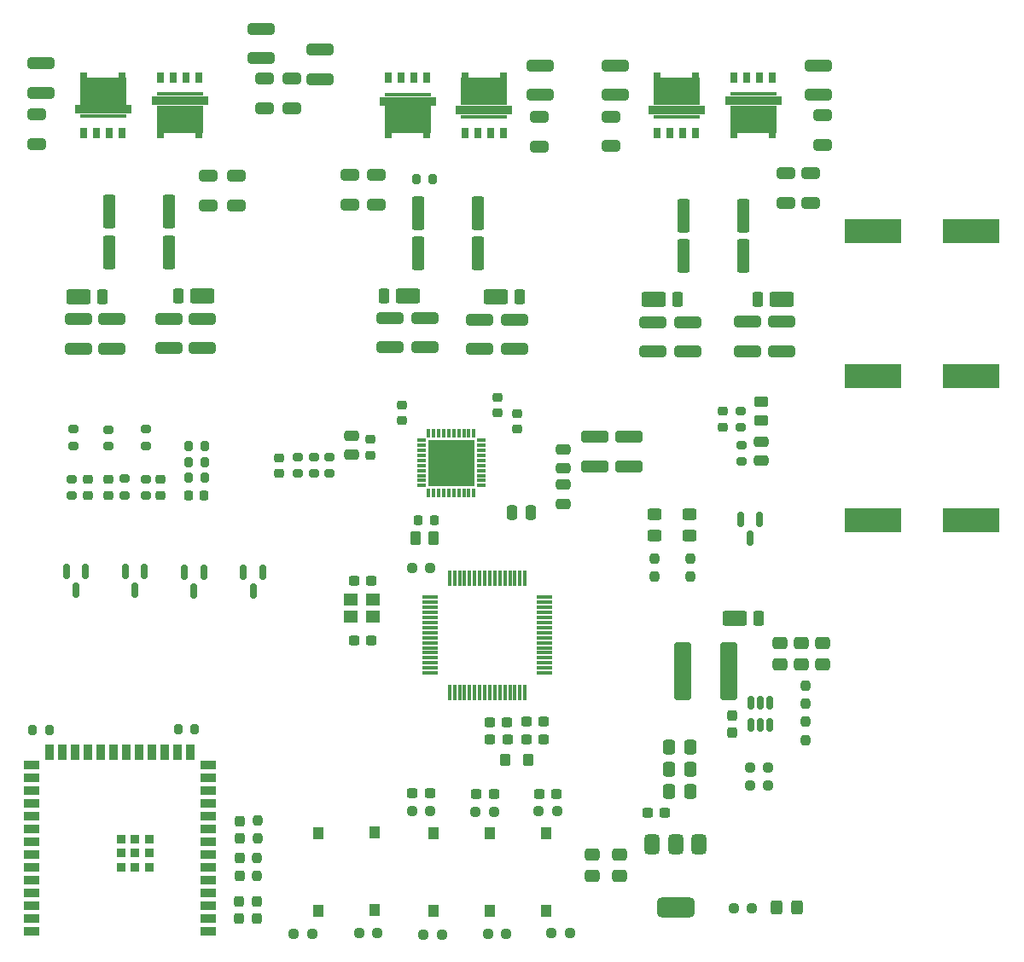
<source format=gbr>
%TF.GenerationSoftware,KiCad,Pcbnew,9.0.1*%
%TF.CreationDate,2025-04-18T15:35:09+02:00*%
%TF.ProjectId,BLDC_DRIVER,424c4443-5f44-4524-9956-45522e6b6963,rev?*%
%TF.SameCoordinates,Original*%
%TF.FileFunction,Paste,Top*%
%TF.FilePolarity,Positive*%
%FSLAX46Y46*%
G04 Gerber Fmt 4.6, Leading zero omitted, Abs format (unit mm)*
G04 Created by KiCad (PCBNEW 9.0.1) date 2025-04-18 15:35:09*
%MOMM*%
%LPD*%
G01*
G04 APERTURE LIST*
G04 Aperture macros list*
%AMRoundRect*
0 Rectangle with rounded corners*
0 $1 Rounding radius*
0 $2 $3 $4 $5 $6 $7 $8 $9 X,Y pos of 4 corners*
0 Add a 4 corners polygon primitive as box body*
4,1,4,$2,$3,$4,$5,$6,$7,$8,$9,$2,$3,0*
0 Add four circle primitives for the rounded corners*
1,1,$1+$1,$2,$3*
1,1,$1+$1,$4,$5*
1,1,$1+$1,$6,$7*
1,1,$1+$1,$8,$9*
0 Add four rect primitives between the rounded corners*
20,1,$1+$1,$2,$3,$4,$5,0*
20,1,$1+$1,$4,$5,$6,$7,0*
20,1,$1+$1,$6,$7,$8,$9,0*
20,1,$1+$1,$8,$9,$2,$3,0*%
G04 Aperture macros list end*
%ADD10RoundRect,0.250000X0.275000X0.500000X-0.275000X0.500000X-0.275000X-0.500000X0.275000X-0.500000X0*%
%ADD11RoundRect,0.250000X0.950000X0.500000X-0.950000X0.500000X-0.950000X-0.500000X0.950000X-0.500000X0*%
%ADD12RoundRect,0.250000X0.475000X-0.250000X0.475000X0.250000X-0.475000X0.250000X-0.475000X-0.250000X0*%
%ADD13RoundRect,0.250000X0.337500X0.475000X-0.337500X0.475000X-0.337500X-0.475000X0.337500X-0.475000X0*%
%ADD14RoundRect,0.237500X0.300000X0.237500X-0.300000X0.237500X-0.300000X-0.237500X0.300000X-0.237500X0*%
%ADD15RoundRect,0.250000X-0.650000X0.325000X-0.650000X-0.325000X0.650000X-0.325000X0.650000X0.325000X0*%
%ADD16RoundRect,0.225000X0.250000X-0.225000X0.250000X0.225000X-0.250000X0.225000X-0.250000X-0.225000X0*%
%ADD17RoundRect,0.237500X-0.250000X-0.237500X0.250000X-0.237500X0.250000X0.237500X-0.250000X0.237500X0*%
%ADD18RoundRect,0.250000X1.075000X-0.312500X1.075000X0.312500X-1.075000X0.312500X-1.075000X-0.312500X0*%
%ADD19RoundRect,0.250000X0.450000X-0.262500X0.450000X0.262500X-0.450000X0.262500X-0.450000X-0.262500X0*%
%ADD20RoundRect,0.200000X-0.275000X0.200000X-0.275000X-0.200000X0.275000X-0.200000X0.275000X0.200000X0*%
%ADD21RoundRect,0.237500X0.250000X0.237500X-0.250000X0.237500X-0.250000X-0.237500X0.250000X-0.237500X0*%
%ADD22RoundRect,0.200000X-0.200000X-0.275000X0.200000X-0.275000X0.200000X0.275000X-0.200000X0.275000X0*%
%ADD23RoundRect,0.237500X0.237500X-0.250000X0.237500X0.250000X-0.237500X0.250000X-0.237500X-0.250000X0*%
%ADD24RoundRect,0.250000X0.250000X0.475000X-0.250000X0.475000X-0.250000X-0.475000X0.250000X-0.475000X0*%
%ADD25RoundRect,0.200000X0.275000X-0.200000X0.275000X0.200000X-0.275000X0.200000X-0.275000X-0.200000X0*%
%ADD26RoundRect,0.250000X1.100000X-0.325000X1.100000X0.325000X-1.100000X0.325000X-1.100000X-0.325000X0*%
%ADD27R,1.500000X0.900000*%
%ADD28R,0.900000X1.500000*%
%ADD29R,0.900000X0.900000*%
%ADD30RoundRect,0.237500X-0.300000X-0.237500X0.300000X-0.237500X0.300000X0.237500X-0.300000X0.237500X0*%
%ADD31RoundRect,0.250000X-1.075000X0.312500X-1.075000X-0.312500X1.075000X-0.312500X1.075000X0.312500X0*%
%ADD32RoundRect,0.225000X-0.250000X0.225000X-0.250000X-0.225000X0.250000X-0.225000X0.250000X0.225000X0*%
%ADD33RoundRect,0.250000X-0.950000X-0.500000X0.950000X-0.500000X0.950000X0.500000X-0.950000X0.500000X0*%
%ADD34RoundRect,0.250000X-0.275000X-0.500000X0.275000X-0.500000X0.275000X0.500000X-0.275000X0.500000X0*%
%ADD35RoundRect,0.250000X-0.362500X-1.425000X0.362500X-1.425000X0.362500X1.425000X-0.362500X1.425000X0*%
%ADD36RoundRect,0.250000X0.362500X1.425000X-0.362500X1.425000X-0.362500X-1.425000X0.362500X-1.425000X0*%
%ADD37RoundRect,0.250000X-0.337500X-0.475000X0.337500X-0.475000X0.337500X0.475000X-0.337500X0.475000X0*%
%ADD38R,1.000000X1.250000*%
%ADD39RoundRect,0.150000X0.150000X-0.512500X0.150000X0.512500X-0.150000X0.512500X-0.150000X-0.512500X0*%
%ADD40RoundRect,0.150000X-0.150000X0.587500X-0.150000X-0.587500X0.150000X-0.587500X0.150000X0.587500X0*%
%ADD41RoundRect,0.250000X0.475000X-0.337500X0.475000X0.337500X-0.475000X0.337500X-0.475000X-0.337500X0*%
%ADD42RoundRect,0.250000X-0.450000X0.325000X-0.450000X-0.325000X0.450000X-0.325000X0.450000X0.325000X0*%
%ADD43RoundRect,0.075000X-0.700000X-0.075000X0.700000X-0.075000X0.700000X0.075000X-0.700000X0.075000X0*%
%ADD44RoundRect,0.075000X-0.075000X-0.700000X0.075000X-0.700000X0.075000X0.700000X-0.075000X0.700000X0*%
%ADD45RoundRect,0.237500X-0.237500X0.300000X-0.237500X-0.300000X0.237500X-0.300000X0.237500X0.300000X0*%
%ADD46R,0.750000X1.000000*%
%ADD47R,0.750000X0.475000*%
%ADD48R,4.560000X2.730000*%
%ADD49R,5.550000X0.910000*%
%ADD50R,4.560000X0.430000*%
%ADD51RoundRect,0.375000X-0.375000X0.625000X-0.375000X-0.625000X0.375000X-0.625000X0.375000X0.625000X0*%
%ADD52RoundRect,0.500000X-1.400000X0.500000X-1.400000X-0.500000X1.400000X-0.500000X1.400000X0.500000X0*%
%ADD53RoundRect,0.250000X0.650000X-0.325000X0.650000X0.325000X-0.650000X0.325000X-0.650000X-0.325000X0*%
%ADD54RoundRect,0.250000X0.275000X0.350000X-0.275000X0.350000X-0.275000X-0.350000X0.275000X-0.350000X0*%
%ADD55RoundRect,0.237500X0.237500X-0.300000X0.237500X0.300000X-0.237500X0.300000X-0.237500X-0.300000X0*%
%ADD56RoundRect,0.200000X0.200000X0.275000X-0.200000X0.275000X-0.200000X-0.275000X0.200000X-0.275000X0*%
%ADD57R,5.650000X2.350000*%
%ADD58RoundRect,0.250000X-0.262500X-0.450000X0.262500X-0.450000X0.262500X0.450000X-0.262500X0.450000X0*%
%ADD59R,0.900000X0.300000*%
%ADD60R,0.300000X0.900000*%
%ADD61R,4.600000X4.600000*%
%ADD62RoundRect,0.225000X0.225000X0.250000X-0.225000X0.250000X-0.225000X-0.250000X0.225000X-0.250000X0*%
%ADD63R,1.400000X1.200000*%
%ADD64RoundRect,0.250000X-0.475000X0.250000X-0.475000X-0.250000X0.475000X-0.250000X0.475000X0.250000X0*%
%ADD65RoundRect,0.250000X0.325000X0.450000X-0.325000X0.450000X-0.325000X-0.450000X0.325000X-0.450000X0*%
%ADD66RoundRect,0.250000X-0.475000X0.337500X-0.475000X-0.337500X0.475000X-0.337500X0.475000X0.337500X0*%
%ADD67RoundRect,0.250000X0.600000X2.600000X-0.600000X2.600000X-0.600000X-2.600000X0.600000X-2.600000X0*%
G04 APERTURE END LIST*
D10*
%TO.C,D1*%
X197325000Y-79600000D03*
D11*
X194950000Y-79600000D03*
%TD*%
D12*
%TO.C,C112*%
X157000000Y-63350000D03*
X157000000Y-61450000D03*
%TD*%
D13*
%TO.C,C6*%
X190537500Y-94562500D03*
X188462500Y-94562500D03*
%TD*%
D12*
%TO.C,C110*%
X178000000Y-64700000D03*
X178000000Y-62800000D03*
%TD*%
D14*
%TO.C,C12*%
X176037500Y-91575000D03*
X174312500Y-91575000D03*
%TD*%
D15*
%TO.C,C133*%
X145505000Y-35616500D03*
X145505000Y-38566500D03*
%TD*%
D16*
%TO.C,C124*%
X173400000Y-60775000D03*
X173400000Y-59225000D03*
%TD*%
D17*
%TO.C,R4*%
X196487500Y-94362500D03*
X198312500Y-94362500D03*
%TD*%
D18*
%TO.C,R142*%
X133137224Y-52783500D03*
X133137224Y-49858500D03*
%TD*%
D19*
%TO.C,R105*%
X197625000Y-59912500D03*
X197625000Y-58087500D03*
%TD*%
D17*
%TO.C,R11*%
X169275000Y-98800000D03*
X171100000Y-98800000D03*
%TD*%
D15*
%TO.C,C121*%
X175600000Y-29825000D03*
X175600000Y-32775000D03*
%TD*%
D20*
%TO.C,R125*%
X136525000Y-60825000D03*
X136525000Y-62475000D03*
%TD*%
D18*
%TO.C,R114*%
X169700000Y-52862500D03*
X169700000Y-49937500D03*
%TD*%
%TO.C,R110*%
X196262922Y-53059191D03*
X196262922Y-50134191D03*
%TD*%
D21*
%TO.C,R3*%
X198312500Y-96162500D03*
X196487500Y-96162500D03*
%TD*%
D15*
%TO.C,C132*%
X125705000Y-29516500D03*
X125705000Y-32466500D03*
%TD*%
D22*
%TO.C,R9*%
X139750000Y-90600000D03*
X141400000Y-90600000D03*
%TD*%
D23*
%TO.C,R18*%
X147600000Y-105162500D03*
X147600000Y-103337500D03*
%TD*%
D24*
%TO.C,C107*%
X174775000Y-69075000D03*
X172875000Y-69075000D03*
%TD*%
D17*
%TO.C,R12*%
X162950000Y-98750000D03*
X164775000Y-98750000D03*
%TD*%
D16*
%TO.C,C125*%
X193800000Y-60575000D03*
X193800000Y-59025000D03*
%TD*%
D25*
%TO.C,R134*%
X129200000Y-67425000D03*
X129200000Y-65775000D03*
%TD*%
D18*
%TO.C,R138*%
X190286096Y-53100000D03*
X190286096Y-50175000D03*
%TD*%
D25*
%TO.C,R129*%
X195600000Y-60625000D03*
X195600000Y-58975000D03*
%TD*%
%TO.C,R124*%
X195625000Y-64025000D03*
X195625000Y-62375000D03*
%TD*%
D26*
%TO.C,C109*%
X181100000Y-64475000D03*
X181100000Y-61525000D03*
%TD*%
D27*
%TO.C,U2*%
X142750000Y-110610000D03*
X142750000Y-109340000D03*
X142750000Y-108070000D03*
X142750000Y-106800000D03*
X142750000Y-105530000D03*
X142750000Y-104260000D03*
X142750000Y-102990000D03*
X142750000Y-101720000D03*
X142750000Y-100450000D03*
X142750000Y-99180000D03*
X142750000Y-97910000D03*
X142750000Y-96640000D03*
X142750000Y-95370000D03*
X142750000Y-94100000D03*
D28*
X140985000Y-92850000D03*
X139715000Y-92850000D03*
X138445000Y-92850000D03*
X137175000Y-92850000D03*
X135905000Y-92850000D03*
X134635000Y-92850000D03*
X133365000Y-92850000D03*
X132095000Y-92850000D03*
X130825000Y-92850000D03*
X129555000Y-92850000D03*
X128285000Y-92850000D03*
X127015000Y-92850000D03*
D27*
X125250000Y-94100000D03*
X125250000Y-95370000D03*
X125250000Y-96640000D03*
X125250000Y-97910000D03*
X125250000Y-99180000D03*
X125250000Y-100450000D03*
X125250000Y-101720000D03*
X125250000Y-102990000D03*
X125250000Y-104260000D03*
X125250000Y-105530000D03*
X125250000Y-106800000D03*
X125250000Y-108070000D03*
X125250000Y-109340000D03*
X125250000Y-110610000D03*
D29*
X136900000Y-104290000D03*
X135500000Y-104290000D03*
X134100000Y-104290000D03*
X136900000Y-102890000D03*
X135500000Y-102890000D03*
X134100000Y-102890000D03*
X136900000Y-101490000D03*
X135500000Y-101490000D03*
X134100000Y-101490000D03*
%TD*%
D17*
%TO.C,R16*%
X194887500Y-108350000D03*
X196712500Y-108350000D03*
%TD*%
D20*
%TO.C,R123*%
X151600000Y-63575000D03*
X151600000Y-65225000D03*
%TD*%
D30*
%TO.C,C13*%
X175587500Y-97000000D03*
X177312500Y-97000000D03*
%TD*%
D31*
%TO.C,R112*%
X126110000Y-24496000D03*
X126110000Y-27421000D03*
%TD*%
D32*
%TO.C,C129*%
X130800000Y-65800000D03*
X130800000Y-67350000D03*
%TD*%
D33*
%TO.C,D105*%
X142124279Y-47591500D03*
D34*
X139749279Y-47591500D03*
%TD*%
D35*
%TO.C,R119*%
X132942500Y-43291500D03*
X138867500Y-43291500D03*
%TD*%
D11*
%TO.C,D102*%
X186911096Y-47937500D03*
D10*
X189286096Y-47937500D03*
%TD*%
D36*
%TO.C,R118*%
X169462500Y-39337500D03*
X163537500Y-39337500D03*
%TD*%
D18*
%TO.C,R141*%
X138874279Y-52754000D03*
X138874279Y-49829000D03*
%TD*%
D11*
%TO.C,D104*%
X171300000Y-47637500D03*
D10*
X173675000Y-47637500D03*
%TD*%
D20*
%TO.C,R127*%
X132800000Y-60850000D03*
X132800000Y-62500000D03*
%TD*%
D18*
%TO.C,R113*%
X203300000Y-27600000D03*
X203300000Y-24675000D03*
%TD*%
D37*
%TO.C,C7*%
X188462500Y-96800000D03*
X190537500Y-96800000D03*
%TD*%
D15*
%TO.C,C116*%
X202500000Y-35362500D03*
X202500000Y-38312500D03*
%TD*%
D38*
%TO.C,SW4*%
X159250000Y-108575000D03*
X159250000Y-100825000D03*
%TD*%
D17*
%TO.C,R5*%
X175537500Y-98750000D03*
X177362500Y-98750000D03*
%TD*%
D39*
%TO.C,U3*%
X196550000Y-90200000D03*
X197500000Y-90200000D03*
X198450000Y-90200000D03*
X198450000Y-87925000D03*
X197500000Y-87925000D03*
X196550000Y-87925000D03*
%TD*%
D23*
%TO.C,R2*%
X202000000Y-91675000D03*
X202000000Y-89850000D03*
%TD*%
D35*
%TO.C,R120*%
X132942500Y-39221000D03*
X138867500Y-39221000D03*
%TD*%
D30*
%TO.C,C22*%
X170662500Y-89875000D03*
X172387500Y-89875000D03*
%TD*%
D38*
%TO.C,SW1*%
X176250000Y-108625000D03*
X176250000Y-100875000D03*
%TD*%
D22*
%TO.C,R131*%
X140775000Y-65650000D03*
X142425000Y-65650000D03*
%TD*%
D18*
%TO.C,R137*%
X199662922Y-53059191D03*
X199662922Y-50134191D03*
%TD*%
D15*
%TO.C,C115*%
X142705000Y-35616500D03*
X142705000Y-38566500D03*
%TD*%
D18*
%TO.C,R109*%
X142174279Y-52754000D03*
X142174279Y-49829000D03*
%TD*%
D40*
%TO.C,D111*%
X197450000Y-69762500D03*
X195550000Y-69762500D03*
X196500000Y-71637500D03*
%TD*%
D41*
%TO.C,C9*%
X180850000Y-105137500D03*
X180850000Y-103062500D03*
%TD*%
D42*
%TO.C,D3*%
X190500000Y-69275000D03*
X190500000Y-71325000D03*
%TD*%
D43*
%TO.C,U4*%
X164750000Y-77500000D03*
X164750000Y-78000000D03*
X164750000Y-78500000D03*
X164750000Y-79000000D03*
X164750000Y-79500000D03*
X164750000Y-80000000D03*
X164750000Y-80500000D03*
X164750000Y-81000000D03*
X164750000Y-81500000D03*
X164750000Y-82000000D03*
X164750000Y-82500000D03*
X164750000Y-83000000D03*
X164750000Y-83500000D03*
X164750000Y-84000000D03*
X164750000Y-84500000D03*
X164750000Y-85000000D03*
D44*
X166675000Y-86925000D03*
X167175000Y-86925000D03*
X167675000Y-86925000D03*
X168175000Y-86925000D03*
X168675000Y-86925000D03*
X169175000Y-86925000D03*
X169675000Y-86925000D03*
X170175000Y-86925000D03*
X170675000Y-86925000D03*
X171175000Y-86925000D03*
X171675000Y-86925000D03*
X172175000Y-86925000D03*
X172675000Y-86925000D03*
X173175000Y-86925000D03*
X173675000Y-86925000D03*
X174175000Y-86925000D03*
D43*
X176100000Y-85000000D03*
X176100000Y-84500000D03*
X176100000Y-84000000D03*
X176100000Y-83500000D03*
X176100000Y-83000000D03*
X176100000Y-82500000D03*
X176100000Y-82000000D03*
X176100000Y-81500000D03*
X176100000Y-81000000D03*
X176100000Y-80500000D03*
X176100000Y-80000000D03*
X176100000Y-79500000D03*
X176100000Y-79000000D03*
X176100000Y-78500000D03*
X176100000Y-78000000D03*
X176100000Y-77500000D03*
D44*
X174175000Y-75575000D03*
X173675000Y-75575000D03*
X173175000Y-75575000D03*
X172675000Y-75575000D03*
X172175000Y-75575000D03*
X171675000Y-75575000D03*
X171175000Y-75575000D03*
X170675000Y-75575000D03*
X170175000Y-75575000D03*
X169675000Y-75575000D03*
X169175000Y-75575000D03*
X168675000Y-75575000D03*
X168175000Y-75575000D03*
X167675000Y-75575000D03*
X167175000Y-75575000D03*
X166675000Y-75575000D03*
%TD*%
D15*
%TO.C,C117*%
X156800000Y-35562500D03*
X156800000Y-38512500D03*
%TD*%
D45*
%TO.C,C15*%
X147550000Y-107687500D03*
X147550000Y-109412500D03*
%TD*%
D46*
%TO.C,Q101*%
X198710000Y-25870500D03*
X197440000Y-25870500D03*
X196170000Y-25870500D03*
X194900000Y-25870500D03*
D47*
X198710000Y-31628500D03*
D48*
X196805000Y-30028500D03*
D49*
X196805000Y-28213500D03*
D50*
X196805000Y-27548500D03*
D47*
X194900000Y-31628500D03*
%TD*%
D20*
%TO.C,R104*%
X154800000Y-63575000D03*
X154800000Y-65225000D03*
%TD*%
D14*
%TO.C,C11*%
X176037500Y-89825000D03*
X174312500Y-89825000D03*
%TD*%
%TO.C,C8*%
X188062500Y-98875000D03*
X186337500Y-98875000D03*
%TD*%
D18*
%TO.C,R139*%
X160808115Y-52662500D03*
X160808115Y-49737500D03*
%TD*%
D15*
%TO.C,C114*%
X200100000Y-35362500D03*
X200100000Y-38312500D03*
%TD*%
D20*
%TO.C,R130*%
X129400000Y-60825000D03*
X129400000Y-62475000D03*
%TD*%
D13*
%TO.C,C5*%
X190537500Y-92362500D03*
X188462500Y-92362500D03*
%TD*%
D35*
%TO.C,R121*%
X189937500Y-43637500D03*
X195862500Y-43637500D03*
%TD*%
D51*
%TO.C,U1*%
X191400000Y-102000000D03*
X189100000Y-102000000D03*
D52*
X189100000Y-108300000D03*
D51*
X186800000Y-102000000D03*
%TD*%
D25*
%TO.C,R133*%
X134400000Y-67375000D03*
X134400000Y-65725000D03*
%TD*%
D20*
%TO.C,R103*%
X153200000Y-63575000D03*
X153200000Y-65225000D03*
%TD*%
D18*
%TO.C,R140*%
X173100000Y-52862500D03*
X173100000Y-49937500D03*
%TD*%
D21*
%TO.C,R20*%
X153062500Y-110900000D03*
X151237500Y-110900000D03*
%TD*%
D38*
%TO.C,SW2*%
X170700000Y-108625000D03*
X170700000Y-100875000D03*
%TD*%
D31*
%TO.C,R107*%
X183100000Y-24675000D03*
X183100000Y-27600000D03*
%TD*%
D30*
%TO.C,C16*%
X157187500Y-75850000D03*
X158912500Y-75850000D03*
%TD*%
D23*
%TO.C,R10*%
X187000000Y-75440000D03*
X187000000Y-73615000D03*
%TD*%
D22*
%TO.C,R128*%
X140775000Y-64050000D03*
X142425000Y-64050000D03*
%TD*%
D53*
%TO.C,C118*%
X203700000Y-32612500D03*
X203700000Y-29662500D03*
%TD*%
D45*
%TO.C,C4*%
X194700000Y-89200000D03*
X194700000Y-90925000D03*
%TD*%
D26*
%TO.C,C135*%
X184500000Y-64475000D03*
X184500000Y-61525000D03*
%TD*%
D17*
%TO.C,R13*%
X170487500Y-110900000D03*
X172312500Y-110900000D03*
%TD*%
D46*
%TO.C,Q105*%
X141810000Y-25863000D03*
X140540000Y-25863000D03*
X139270000Y-25863000D03*
X138000000Y-25863000D03*
D47*
X141810000Y-31621000D03*
D48*
X139905000Y-30021000D03*
D49*
X139905000Y-28206000D03*
D50*
X139905000Y-27541000D03*
D47*
X138000000Y-31621000D03*
%TD*%
D54*
%TO.C,FB1*%
X174525000Y-93625000D03*
X172225000Y-93625000D03*
%TD*%
D53*
%TO.C,C131*%
X148369129Y-28973771D03*
X148369129Y-26023771D03*
%TD*%
D55*
%TO.C,C20*%
X145850000Y-101412500D03*
X145850000Y-99687500D03*
%TD*%
D16*
%TO.C,C126*%
X149800000Y-65175000D03*
X149800000Y-63625000D03*
%TD*%
D38*
%TO.C,SW3*%
X165100000Y-108625000D03*
X165100000Y-100875000D03*
%TD*%
D18*
%TO.C,R116*%
X186886096Y-53100000D03*
X186886096Y-50175000D03*
%TD*%
D40*
%TO.C,D109*%
X142283333Y-74987500D03*
X140383333Y-74987500D03*
X141333333Y-76862500D03*
%TD*%
D33*
%TO.C,D103*%
X162583115Y-47537500D03*
D34*
X160208115Y-47537500D03*
%TD*%
D56*
%TO.C,R8*%
X126975000Y-90700000D03*
X125325000Y-90700000D03*
%TD*%
D31*
%TO.C,R111*%
X175700000Y-24675000D03*
X175700000Y-27600000D03*
%TD*%
D18*
%TO.C,R108*%
X164208115Y-52662500D03*
X164208115Y-49737500D03*
%TD*%
D46*
%TO.C,Q102*%
X187290000Y-31437500D03*
X188560000Y-31437500D03*
X189830000Y-31437500D03*
X191100000Y-31437500D03*
D47*
X187290000Y-25679500D03*
D48*
X189195000Y-27279500D03*
D49*
X189195000Y-29094500D03*
D50*
X189195000Y-29759500D03*
D47*
X191100000Y-25679500D03*
%TD*%
D41*
%TO.C,C10*%
X183550000Y-105137500D03*
X183550000Y-103062500D03*
%TD*%
D23*
%TO.C,R15*%
X190560000Y-75440000D03*
X190560000Y-73615000D03*
%TD*%
D21*
%TO.C,R14*%
X165912500Y-110950000D03*
X164087500Y-110950000D03*
%TD*%
D55*
%TO.C,C23*%
X145850000Y-105112500D03*
X145850000Y-103387500D03*
%TD*%
D32*
%TO.C,C123*%
X162000000Y-58425000D03*
X162000000Y-59975000D03*
%TD*%
D40*
%TO.C,D107*%
X130550000Y-74925000D03*
X128650000Y-74925000D03*
X129600000Y-76800000D03*
%TD*%
D25*
%TO.C,R132*%
X136525000Y-67400000D03*
X136525000Y-65750000D03*
%TD*%
D15*
%TO.C,C119*%
X182700000Y-29762500D03*
X182700000Y-32712500D03*
%TD*%
D57*
%TO.C,C104*%
X208700000Y-55500000D03*
X218400000Y-55500000D03*
%TD*%
D58*
%TO.C,R101*%
X163287500Y-71600000D03*
X165112500Y-71600000D03*
%TD*%
D12*
%TO.C,C134*%
X197625000Y-63950000D03*
X197625000Y-62050000D03*
%TD*%
D41*
%TO.C,C1*%
X199500000Y-84137500D03*
X199500000Y-82062500D03*
%TD*%
D23*
%TO.C,R1*%
X202000000Y-88075000D03*
X202000000Y-86250000D03*
%TD*%
D35*
%TO.C,R122*%
X189937500Y-39637500D03*
X195862500Y-39637500D03*
%TD*%
D59*
%TO.C,IC101*%
X169800000Y-66400000D03*
X169800000Y-65900000D03*
X169800000Y-65400000D03*
X169800000Y-64900000D03*
X169800000Y-64400000D03*
X169800000Y-63900000D03*
X169800000Y-63400000D03*
X169800000Y-62900000D03*
X169800000Y-62400000D03*
X169800000Y-61900000D03*
D60*
X169100000Y-61200000D03*
X168600000Y-61200000D03*
X168100000Y-61200000D03*
X167600000Y-61200000D03*
X167100000Y-61200000D03*
X166600000Y-61200000D03*
X166100000Y-61200000D03*
X165600000Y-61200000D03*
X165100000Y-61200000D03*
X164600000Y-61200000D03*
D59*
X163900000Y-61900000D03*
X163900000Y-62400000D03*
X163900000Y-62900000D03*
X163900000Y-63400000D03*
X163900000Y-63900000D03*
X163900000Y-64400000D03*
X163900000Y-64900000D03*
X163900000Y-65400000D03*
X163900000Y-65900000D03*
X163900000Y-66400000D03*
D60*
X164600000Y-67100000D03*
X165100000Y-67100000D03*
X165600000Y-67100000D03*
X166100000Y-67100000D03*
X166600000Y-67100000D03*
X167100000Y-67100000D03*
X167600000Y-67100000D03*
X168100000Y-67100000D03*
X168600000Y-67100000D03*
X169100000Y-67100000D03*
D61*
X166850000Y-64150000D03*
%TD*%
D21*
%TO.C,R19*%
X159512500Y-110850000D03*
X157687500Y-110850000D03*
%TD*%
D22*
%TO.C,R126*%
X140775000Y-62450000D03*
X142425000Y-62450000D03*
%TD*%
%TO.C,TH101*%
X163375000Y-36000000D03*
X165025000Y-36000000D03*
%TD*%
D62*
%TO.C,C101*%
X165150000Y-69800000D03*
X163600000Y-69800000D03*
%TD*%
D41*
%TO.C,C2*%
X201600000Y-84137500D03*
X201600000Y-82062500D03*
%TD*%
D18*
%TO.C,R115*%
X129837224Y-52783500D03*
X129837224Y-49858500D03*
%TD*%
D40*
%TO.C,D110*%
X148150000Y-74987500D03*
X146250000Y-74987500D03*
X147200000Y-76862500D03*
%TD*%
D42*
%TO.C,D2*%
X186980000Y-69275000D03*
X186980000Y-71325000D03*
%TD*%
D38*
%TO.C,SW5*%
X153650000Y-108625000D03*
X153650000Y-100875000D03*
%TD*%
D45*
%TO.C,C14*%
X145800000Y-107687500D03*
X145800000Y-109412500D03*
%TD*%
D14*
%TO.C,C17*%
X158912500Y-81800000D03*
X157187500Y-81800000D03*
%TD*%
D32*
%TO.C,C122*%
X171400000Y-57625000D03*
X171400000Y-59175000D03*
%TD*%
D63*
%TO.C,Y1*%
X159100000Y-77750000D03*
X156900000Y-77750000D03*
X156900000Y-79450000D03*
X159100000Y-79450000D03*
%TD*%
D17*
%TO.C,R7*%
X176787500Y-110850000D03*
X178612500Y-110850000D03*
%TD*%
D23*
%TO.C,R17*%
X147650000Y-101462500D03*
X147650000Y-99637500D03*
%TD*%
D64*
%TO.C,C108*%
X178000000Y-66300000D03*
X178000000Y-68200000D03*
%TD*%
D11*
%TO.C,D106*%
X129862224Y-47621000D03*
D10*
X132237224Y-47621000D03*
%TD*%
D46*
%TO.C,Q106*%
X130400000Y-31379000D03*
X131670000Y-31379000D03*
X132940000Y-31379000D03*
X134210000Y-31379000D03*
D47*
X130400000Y-25621000D03*
D48*
X132305000Y-27221000D03*
D49*
X132305000Y-29036000D03*
D50*
X132305000Y-29701000D03*
D47*
X134210000Y-25621000D03*
%TD*%
D32*
%TO.C,C128*%
X132800000Y-65800000D03*
X132800000Y-67350000D03*
%TD*%
D30*
%TO.C,C21*%
X170712500Y-91575000D03*
X172437500Y-91575000D03*
%TD*%
D57*
%TO.C,C106*%
X208700000Y-69800000D03*
X218400000Y-69800000D03*
%TD*%
D40*
%TO.C,D108*%
X136416667Y-74925000D03*
X134516667Y-74925000D03*
X135466667Y-76800000D03*
%TD*%
D15*
%TO.C,C113*%
X159400000Y-35562500D03*
X159400000Y-38512500D03*
%TD*%
D65*
%TO.C,D4*%
X201152500Y-108300000D03*
X199102500Y-108300000D03*
%TD*%
D46*
%TO.C,Q104*%
X168200000Y-31437500D03*
X169470000Y-31437500D03*
X170740000Y-31437500D03*
X172010000Y-31437500D03*
D47*
X168200000Y-25679500D03*
D48*
X170105000Y-27279500D03*
D49*
X170105000Y-29094500D03*
D50*
X170105000Y-29759500D03*
D47*
X172010000Y-25679500D03*
%TD*%
D16*
%TO.C,C111*%
X158800000Y-63375000D03*
X158800000Y-61825000D03*
%TD*%
D30*
%TO.C,C19*%
X163000000Y-96950000D03*
X164725000Y-96950000D03*
%TD*%
D66*
%TO.C,C3*%
X203700000Y-82062500D03*
X203700000Y-84137500D03*
%TD*%
D33*
%TO.C,D101*%
X199612922Y-47896691D03*
D34*
X197237922Y-47896691D03*
%TD*%
D46*
%TO.C,Q103*%
X164415000Y-25891500D03*
X163145000Y-25891500D03*
X161875000Y-25891500D03*
X160605000Y-25891500D03*
D47*
X164415000Y-31649500D03*
D48*
X162510000Y-30049500D03*
D49*
X162510000Y-28234500D03*
D50*
X162510000Y-27569500D03*
D47*
X160605000Y-31649500D03*
%TD*%
D67*
%TO.C,L1*%
X194350000Y-84862500D03*
X189850000Y-84862500D03*
%TD*%
D31*
%TO.C,R135*%
X153800000Y-23137500D03*
X153800000Y-26062500D03*
%TD*%
D17*
%TO.C,R6*%
X162962500Y-74625000D03*
X164787500Y-74625000D03*
%TD*%
D62*
%TO.C,C130*%
X142350000Y-67350000D03*
X140800000Y-67350000D03*
%TD*%
D57*
%TO.C,C105*%
X208725000Y-41150000D03*
X218425000Y-41150000D03*
%TD*%
D32*
%TO.C,C127*%
X138000000Y-65800000D03*
X138000000Y-67350000D03*
%TD*%
D36*
%TO.C,R117*%
X169462500Y-43337500D03*
X163537500Y-43337500D03*
%TD*%
D53*
%TO.C,C120*%
X151000000Y-28950000D03*
X151000000Y-26000000D03*
%TD*%
D30*
%TO.C,C18*%
X169337500Y-97000000D03*
X171062500Y-97000000D03*
%TD*%
D18*
%TO.C,R136*%
X147974129Y-23961271D03*
X147974129Y-21036271D03*
%TD*%
M02*

</source>
